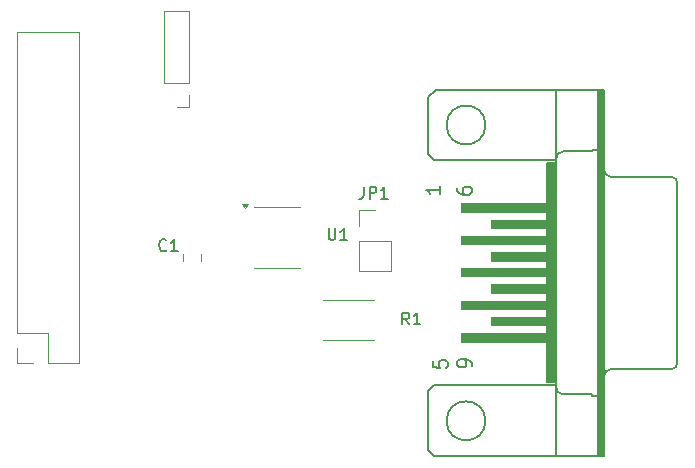
<source format=gto>
G04 #@! TF.GenerationSoftware,KiCad,Pcbnew,8.0.6*
G04 #@! TF.CreationDate,2024-12-29T11:18:31-05:00*
G04 #@! TF.ProjectId,Beagley-ai-1CAN,42656167-6c65-4792-9d61-692d3143414e,rev?*
G04 #@! TF.SameCoordinates,Original*
G04 #@! TF.FileFunction,Legend,Top*
G04 #@! TF.FilePolarity,Positive*
%FSLAX46Y46*%
G04 Gerber Fmt 4.6, Leading zero omitted, Abs format (unit mm)*
G04 Created by KiCad (PCBNEW 8.0.6) date 2024-12-29 11:18:31*
%MOMM*%
%LPD*%
G01*
G04 APERTURE LIST*
%ADD10C,0.150000*%
%ADD11C,0.127000*%
%ADD12C,0.120000*%
%ADD13C,0.152400*%
%ADD14C,0.000000*%
G04 APERTURE END LIST*
D10*
X99783333Y-61859580D02*
X99735714Y-61907200D01*
X99735714Y-61907200D02*
X99592857Y-61954819D01*
X99592857Y-61954819D02*
X99497619Y-61954819D01*
X99497619Y-61954819D02*
X99354762Y-61907200D01*
X99354762Y-61907200D02*
X99259524Y-61811961D01*
X99259524Y-61811961D02*
X99211905Y-61716723D01*
X99211905Y-61716723D02*
X99164286Y-61526247D01*
X99164286Y-61526247D02*
X99164286Y-61383390D01*
X99164286Y-61383390D02*
X99211905Y-61192914D01*
X99211905Y-61192914D02*
X99259524Y-61097676D01*
X99259524Y-61097676D02*
X99354762Y-61002438D01*
X99354762Y-61002438D02*
X99497619Y-60954819D01*
X99497619Y-60954819D02*
X99592857Y-60954819D01*
X99592857Y-60954819D02*
X99735714Y-61002438D01*
X99735714Y-61002438D02*
X99783333Y-61050057D01*
X100735714Y-61954819D02*
X100164286Y-61954819D01*
X100450000Y-61954819D02*
X100450000Y-60954819D01*
X100450000Y-60954819D02*
X100354762Y-61097676D01*
X100354762Y-61097676D02*
X100259524Y-61192914D01*
X100259524Y-61192914D02*
X100164286Y-61240533D01*
X113513095Y-60009819D02*
X113513095Y-60819342D01*
X113513095Y-60819342D02*
X113560714Y-60914580D01*
X113560714Y-60914580D02*
X113608333Y-60962200D01*
X113608333Y-60962200D02*
X113703571Y-61009819D01*
X113703571Y-61009819D02*
X113894047Y-61009819D01*
X113894047Y-61009819D02*
X113989285Y-60962200D01*
X113989285Y-60962200D02*
X114036904Y-60914580D01*
X114036904Y-60914580D02*
X114084523Y-60819342D01*
X114084523Y-60819342D02*
X114084523Y-60009819D01*
X115084523Y-61009819D02*
X114513095Y-61009819D01*
X114798809Y-61009819D02*
X114798809Y-60009819D01*
X114798809Y-60009819D02*
X114703571Y-60152676D01*
X114703571Y-60152676D02*
X114608333Y-60247914D01*
X114608333Y-60247914D02*
X114513095Y-60295533D01*
X120333333Y-68154819D02*
X120000000Y-67678628D01*
X119761905Y-68154819D02*
X119761905Y-67154819D01*
X119761905Y-67154819D02*
X120142857Y-67154819D01*
X120142857Y-67154819D02*
X120238095Y-67202438D01*
X120238095Y-67202438D02*
X120285714Y-67250057D01*
X120285714Y-67250057D02*
X120333333Y-67345295D01*
X120333333Y-67345295D02*
X120333333Y-67488152D01*
X120333333Y-67488152D02*
X120285714Y-67583390D01*
X120285714Y-67583390D02*
X120238095Y-67631009D01*
X120238095Y-67631009D02*
X120142857Y-67678628D01*
X120142857Y-67678628D02*
X119761905Y-67678628D01*
X121285714Y-68154819D02*
X120714286Y-68154819D01*
X121000000Y-68154819D02*
X121000000Y-67154819D01*
X121000000Y-67154819D02*
X120904762Y-67297676D01*
X120904762Y-67297676D02*
X120809524Y-67392914D01*
X120809524Y-67392914D02*
X120714286Y-67440533D01*
D11*
X124424243Y-56608266D02*
X124424243Y-56838076D01*
X124424243Y-56838076D02*
X124481695Y-56952980D01*
X124481695Y-56952980D02*
X124539148Y-57010433D01*
X124539148Y-57010433D02*
X124711505Y-57125338D01*
X124711505Y-57125338D02*
X124941314Y-57182790D01*
X124941314Y-57182790D02*
X125400933Y-57182790D01*
X125400933Y-57182790D02*
X125515838Y-57125338D01*
X125515838Y-57125338D02*
X125573291Y-57067885D01*
X125573291Y-57067885D02*
X125630743Y-56952980D01*
X125630743Y-56952980D02*
X125630743Y-56723171D01*
X125630743Y-56723171D02*
X125573291Y-56608266D01*
X125573291Y-56608266D02*
X125515838Y-56550814D01*
X125515838Y-56550814D02*
X125400933Y-56493361D01*
X125400933Y-56493361D02*
X125113671Y-56493361D01*
X125113671Y-56493361D02*
X124998767Y-56550814D01*
X124998767Y-56550814D02*
X124941314Y-56608266D01*
X124941314Y-56608266D02*
X124883862Y-56723171D01*
X124883862Y-56723171D02*
X124883862Y-56952980D01*
X124883862Y-56952980D02*
X124941314Y-57067885D01*
X124941314Y-57067885D02*
X124998767Y-57125338D01*
X124998767Y-57125338D02*
X125113671Y-57182790D01*
X122389243Y-71220814D02*
X122389243Y-71795338D01*
X122389243Y-71795338D02*
X122963767Y-71852790D01*
X122963767Y-71852790D02*
X122906314Y-71795338D01*
X122906314Y-71795338D02*
X122848862Y-71680433D01*
X122848862Y-71680433D02*
X122848862Y-71393171D01*
X122848862Y-71393171D02*
X122906314Y-71278266D01*
X122906314Y-71278266D02*
X122963767Y-71220814D01*
X122963767Y-71220814D02*
X123078671Y-71163361D01*
X123078671Y-71163361D02*
X123365933Y-71163361D01*
X123365933Y-71163361D02*
X123480838Y-71220814D01*
X123480838Y-71220814D02*
X123538291Y-71278266D01*
X123538291Y-71278266D02*
X123595743Y-71393171D01*
X123595743Y-71393171D02*
X123595743Y-71680433D01*
X123595743Y-71680433D02*
X123538291Y-71795338D01*
X123538291Y-71795338D02*
X123480838Y-71852790D01*
X122945743Y-56413361D02*
X122945743Y-57102790D01*
X122945743Y-56758076D02*
X121739243Y-56758076D01*
X121739243Y-56758076D02*
X121911600Y-56872980D01*
X121911600Y-56872980D02*
X122026505Y-56987885D01*
X122026505Y-56987885D02*
X122083957Y-57102790D01*
X125630743Y-71672885D02*
X125630743Y-71443076D01*
X125630743Y-71443076D02*
X125573291Y-71328171D01*
X125573291Y-71328171D02*
X125515838Y-71270719D01*
X125515838Y-71270719D02*
X125343481Y-71155814D01*
X125343481Y-71155814D02*
X125113671Y-71098361D01*
X125113671Y-71098361D02*
X124654052Y-71098361D01*
X124654052Y-71098361D02*
X124539148Y-71155814D01*
X124539148Y-71155814D02*
X124481695Y-71213266D01*
X124481695Y-71213266D02*
X124424243Y-71328171D01*
X124424243Y-71328171D02*
X124424243Y-71557980D01*
X124424243Y-71557980D02*
X124481695Y-71672885D01*
X124481695Y-71672885D02*
X124539148Y-71730338D01*
X124539148Y-71730338D02*
X124654052Y-71787790D01*
X124654052Y-71787790D02*
X124941314Y-71787790D01*
X124941314Y-71787790D02*
X125056219Y-71730338D01*
X125056219Y-71730338D02*
X125113671Y-71672885D01*
X125113671Y-71672885D02*
X125171124Y-71557980D01*
X125171124Y-71557980D02*
X125171124Y-71328171D01*
X125171124Y-71328171D02*
X125113671Y-71213266D01*
X125113671Y-71213266D02*
X125056219Y-71155814D01*
X125056219Y-71155814D02*
X124941314Y-71098361D01*
D10*
X116516666Y-56504819D02*
X116516666Y-57219104D01*
X116516666Y-57219104D02*
X116469047Y-57361961D01*
X116469047Y-57361961D02*
X116373809Y-57457200D01*
X116373809Y-57457200D02*
X116230952Y-57504819D01*
X116230952Y-57504819D02*
X116135714Y-57504819D01*
X116992857Y-57504819D02*
X116992857Y-56504819D01*
X116992857Y-56504819D02*
X117373809Y-56504819D01*
X117373809Y-56504819D02*
X117469047Y-56552438D01*
X117469047Y-56552438D02*
X117516666Y-56600057D01*
X117516666Y-56600057D02*
X117564285Y-56695295D01*
X117564285Y-56695295D02*
X117564285Y-56838152D01*
X117564285Y-56838152D02*
X117516666Y-56933390D01*
X117516666Y-56933390D02*
X117469047Y-56981009D01*
X117469047Y-56981009D02*
X117373809Y-57028628D01*
X117373809Y-57028628D02*
X116992857Y-57028628D01*
X118516666Y-57504819D02*
X117945238Y-57504819D01*
X118230952Y-57504819D02*
X118230952Y-56504819D01*
X118230952Y-56504819D02*
X118135714Y-56647676D01*
X118135714Y-56647676D02*
X118040476Y-56742914D01*
X118040476Y-56742914D02*
X117945238Y-56790533D01*
D12*
X102685000Y-62238748D02*
X102685000Y-62761252D01*
X101215000Y-62238748D02*
X101215000Y-62761252D01*
X87160000Y-43390000D02*
X92360000Y-43390000D01*
X87160000Y-68850000D02*
X87160000Y-43390000D01*
X87160000Y-68850000D02*
X89760000Y-68850000D01*
X87160000Y-70120000D02*
X87160000Y-71450000D01*
X87160000Y-71450000D02*
X88490000Y-71450000D01*
X89760000Y-68850000D02*
X89760000Y-71450000D01*
X89760000Y-71450000D02*
X92360000Y-71450000D01*
X92360000Y-71450000D02*
X92360000Y-43390000D01*
X109150000Y-58240000D02*
X107200000Y-58240000D01*
X109150000Y-58240000D02*
X111100000Y-58240000D01*
X109150000Y-63360000D02*
X107200000Y-63360000D01*
X109150000Y-63360000D02*
X111100000Y-63360000D01*
X106450000Y-58335000D02*
X106210000Y-58005000D01*
X106690000Y-58005000D01*
X106450000Y-58335000D01*
G36*
X106450000Y-58335000D02*
G01*
X106210000Y-58005000D01*
X106690000Y-58005000D01*
X106450000Y-58335000D01*
G37*
X117377064Y-66090000D02*
X113022936Y-66090000D01*
X117377064Y-69510000D02*
X113022936Y-69510000D01*
X99590000Y-47700000D02*
X99590000Y-41640000D01*
X101710000Y-41640000D02*
X99590000Y-41640000D01*
X101710000Y-47700000D02*
X99590000Y-47700000D01*
X101710000Y-47700000D02*
X101710000Y-41640000D01*
X101710000Y-48700000D02*
X101710000Y-49760000D01*
X101710000Y-49760000D02*
X100650000Y-49760000D01*
D13*
X121975000Y-48941000D02*
X122610000Y-48306000D01*
X121975000Y-53767000D02*
X121975000Y-48941000D01*
X121975000Y-53767000D02*
X122483000Y-54275000D01*
X121975000Y-73833000D02*
X121975000Y-78786000D01*
X121975000Y-78786000D02*
X122483000Y-79294000D01*
X122483000Y-54275000D02*
X132770000Y-54275000D01*
X122483000Y-73325000D02*
X121975000Y-73833000D01*
X122483000Y-73325000D02*
X132770000Y-73325000D01*
X122483000Y-79294000D02*
X132643000Y-79294000D01*
X122610000Y-48306000D02*
X132643000Y-48306000D01*
X132008000Y-54529000D02*
X132008000Y-73071000D01*
X132770000Y-48306000D02*
X132643000Y-48306000D01*
X132770000Y-48306000D02*
X132770000Y-53386000D01*
X132770000Y-48306000D02*
X135818000Y-48306000D01*
X132770000Y-53386000D02*
X132770000Y-54275000D01*
X132770000Y-54275000D02*
X132770000Y-54529000D01*
X132770000Y-54529000D02*
X132008000Y-54529000D01*
X132770000Y-54529000D02*
X132770000Y-73071000D01*
X132770000Y-73071000D02*
X132008000Y-73071000D01*
X132770000Y-73071000D02*
X132770000Y-73325000D01*
X132770000Y-73325000D02*
X132770000Y-74214000D01*
X132770000Y-74214000D02*
X132770000Y-79294000D01*
X132770000Y-79294000D02*
X132643000Y-79294000D01*
X133405000Y-53513000D02*
X135818000Y-53513000D01*
X133405000Y-74087000D02*
X135818000Y-74087000D01*
X135818000Y-48306000D02*
X136326000Y-48306000D01*
X135818000Y-53386000D02*
X135818000Y-53513000D01*
X135818000Y-53386000D02*
X136326000Y-53386000D01*
X135818000Y-74087000D02*
X135818000Y-74214000D01*
X135818000Y-74214000D02*
X136326000Y-74214000D01*
X135818000Y-79294000D02*
X132770000Y-79294000D01*
X136326000Y-48306000D02*
X136326000Y-50846000D01*
X136326000Y-48306000D02*
X136834000Y-48306000D01*
X136326000Y-50846000D02*
X136326000Y-53386000D01*
X136326000Y-53386000D02*
X136326000Y-74214000D01*
X136326000Y-74214000D02*
X136326000Y-76754000D01*
X136326000Y-76754000D02*
X136326000Y-79294000D01*
X136326000Y-79294000D02*
X135818000Y-79294000D01*
X136834000Y-48306000D02*
X136834000Y-56053000D01*
X136834000Y-56053000D02*
X136834000Y-71547000D01*
X136834000Y-71547000D02*
X136834000Y-79294000D01*
X136834000Y-79294000D02*
X136326000Y-79294000D01*
X137469000Y-55672000D02*
X142549000Y-55672000D01*
X137469000Y-71928000D02*
X142549000Y-71928000D01*
X143057000Y-56180000D02*
X143057000Y-56434000D01*
X143057000Y-56434000D02*
X143057000Y-71166000D01*
X143057000Y-71166000D02*
X143057000Y-71420000D01*
X132770000Y-54148000D02*
G75*
G02*
X133405000Y-53513000I634999J1D01*
G01*
X133405000Y-74087000D02*
G75*
G02*
X132770000Y-73452000I0J635000D01*
G01*
X136834000Y-72563000D02*
G75*
G02*
X137469000Y-71928000I635000J0D01*
G01*
X137469000Y-55672000D02*
G75*
G02*
X136834000Y-55037000I-1J634999D01*
G01*
X142549000Y-55672000D02*
G75*
G02*
X143057000Y-56180000I-1J-508001D01*
G01*
X143057000Y-71420000D02*
G75*
G02*
X142549000Y-71928000I-508000J0D01*
G01*
X126801000Y-51277800D02*
G75*
G02*
X123499000Y-51277800I-1651000J0D01*
G01*
X123499000Y-51277800D02*
G75*
G02*
X126801000Y-51277800I1651000J0D01*
G01*
X126801000Y-76322200D02*
G75*
G02*
X123499000Y-76322200I-1651000J0D01*
G01*
X123499000Y-76322200D02*
G75*
G02*
X126801000Y-76322200I1651000J0D01*
G01*
D14*
G36*
X132008000Y-58720000D02*
G01*
X124769000Y-58720000D01*
X124769000Y-57907200D01*
X132008000Y-57907200D01*
X132008000Y-58720000D01*
G37*
G36*
X132008000Y-61463200D02*
G01*
X124769000Y-61463200D01*
X124769000Y-60650400D01*
X132008000Y-60650400D01*
X132008000Y-61463200D01*
G37*
G36*
X132008000Y-64181000D02*
G01*
X124769000Y-64181000D01*
X124769000Y-63368200D01*
X132008000Y-63368200D01*
X132008000Y-64181000D01*
G37*
G36*
X132008000Y-66949600D02*
G01*
X124769000Y-66949600D01*
X124769000Y-66136800D01*
X132008000Y-66136800D01*
X132008000Y-66949600D01*
G37*
G36*
X132008000Y-69692800D02*
G01*
X124769000Y-69692800D01*
X124769000Y-68880000D01*
X132008000Y-68880000D01*
X132008000Y-69692800D01*
G37*
G36*
X132008000Y-60091600D02*
G01*
X127309000Y-60091600D01*
X127309000Y-59278800D01*
X132008000Y-59278800D01*
X132008000Y-60091600D01*
G37*
G36*
X132008000Y-62834800D02*
G01*
X127309000Y-62834800D01*
X127309000Y-62022000D01*
X132008000Y-62022000D01*
X132008000Y-62834800D01*
G37*
G36*
X132008000Y-65552600D02*
G01*
X127309000Y-65552600D01*
X127309000Y-64739800D01*
X132008000Y-64739800D01*
X132008000Y-65552600D01*
G37*
G36*
X132008000Y-68321200D02*
G01*
X127309000Y-68321200D01*
X127309000Y-67508400D01*
X132008000Y-67508400D01*
X132008000Y-68321200D01*
G37*
G36*
X132770000Y-73071000D02*
G01*
X132008000Y-73071000D01*
X132008000Y-54529000D01*
X132770000Y-54529000D01*
X132770000Y-73071000D01*
G37*
G36*
X136834000Y-79294000D02*
G01*
X136326000Y-79294000D01*
X136326000Y-48306000D01*
X136834000Y-48306000D01*
X136834000Y-79294000D01*
G37*
D12*
X116120000Y-58470000D02*
X117450000Y-58470000D01*
X116120000Y-59800000D02*
X116120000Y-58470000D01*
X116120000Y-61070000D02*
X116120000Y-63670000D01*
X116120000Y-61070000D02*
X118780000Y-61070000D01*
X116120000Y-63670000D02*
X118780000Y-63670000D01*
X118780000Y-61070000D02*
X118780000Y-63670000D01*
M02*

</source>
